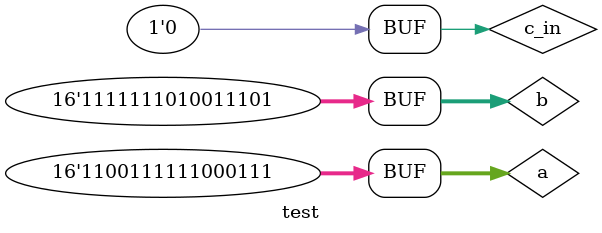
<source format=v>
`timescale 1ns / 1ps


module test();
     reg [15:0] a, b;
     reg  c_in;
     wire GUAT_G, GUAT_P;
     wire [15:0] sum;
     wire c_out;
     
     sumator s(a, b, c_in, GUAT_G, GUAT_P, c_out, sum);
     
     initial begin
        c_in = 1'b0; a = 10000; b = 5000;
        #250 c_in = 1'b1; a = 16678; b = -23;
        #250 a = -5634; b = 18834;
        #250 c_in = 0; a = -12345; b = -355;
    end
    
endmodule

</source>
